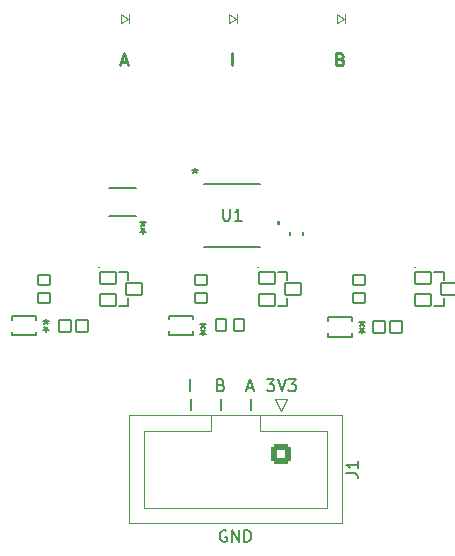
<source format=gbr>
%TF.GenerationSoftware,KiCad,Pcbnew,9.0.6*%
%TF.CreationDate,2026-02-10T13:29:08-08:00*%
%TF.ProjectId,LegEncoderBoard,4c656745-6e63-46f6-9465-72426f617264,rev?*%
%TF.SameCoordinates,Original*%
%TF.FileFunction,Legend,Top*%
%TF.FilePolarity,Positive*%
%FSLAX46Y46*%
G04 Gerber Fmt 4.6, Leading zero omitted, Abs format (unit mm)*
G04 Created by KiCad (PCBNEW 9.0.6) date 2026-02-10 13:29:08*
%MOMM*%
%LPD*%
G01*
G04 APERTURE LIST*
G04 Aperture macros list*
%AMRoundRect*
0 Rectangle with rounded corners*
0 $1 Rounding radius*
0 $2 $3 $4 $5 $6 $7 $8 $9 X,Y pos of 4 corners*
0 Add a 4 corners polygon primitive as box body*
4,1,4,$2,$3,$4,$5,$6,$7,$8,$9,$2,$3,0*
0 Add four circle primitives for the rounded corners*
1,1,$1+$1,$2,$3*
1,1,$1+$1,$4,$5*
1,1,$1+$1,$6,$7*
1,1,$1+$1,$8,$9*
0 Add four rect primitives between the rounded corners*
20,1,$1+$1,$2,$3,$4,$5,0*
20,1,$1+$1,$4,$5,$6,$7,0*
20,1,$1+$1,$6,$7,$8,$9,0*
20,1,$1+$1,$8,$9,$2,$3,0*%
G04 Aperture macros list end*
%ADD10C,0.150000*%
%ADD11C,0.250000*%
%ADD12C,0.152400*%
%ADD13C,0.000000*%
%ADD14C,0.120000*%
%ADD15C,0.127000*%
%ADD16C,0.100000*%
%ADD17R,0.889000X0.812800*%
%ADD18C,5.000000*%
%ADD19R,0.558800X0.762000*%
%ADD20RoundRect,0.102000X-0.430000X-0.490000X0.430000X-0.490000X0.430000X0.490000X-0.430000X0.490000X0*%
%ADD21RoundRect,0.102000X0.520000X0.510000X-0.520000X0.510000X-0.520000X-0.510000X0.520000X-0.510000X0*%
%ADD22R,0.762000X0.558800*%
%ADD23R,0.806400X0.350000*%
%ADD24R,0.812800X0.711200*%
%ADD25R,1.308100X0.355600*%
%ADD26R,0.762000X0.863600*%
%ADD27RoundRect,0.250000X-0.600000X0.600000X-0.600000X-0.600000X0.600000X-0.600000X0.600000X0.600000X0*%
%ADD28C,1.700000*%
%ADD29R,0.558800X0.203200*%
%ADD30RoundRect,0.102000X-0.700000X-0.500000X0.700000X-0.500000X0.700000X0.500000X-0.700000X0.500000X0*%
%ADD31RoundRect,0.102000X-0.490000X0.430000X-0.490000X-0.430000X0.490000X-0.430000X0.490000X0.430000X0*%
%ADD32RoundRect,0.102000X-0.520000X-0.510000X0.520000X-0.510000X0.520000X0.510000X-0.520000X0.510000X0*%
G04 APERTURE END LIST*
D10*
X146020000Y-120400000D02*
X146020000Y-121387500D01*
X148560000Y-120400000D02*
X148560000Y-121387500D01*
X143480000Y-120400000D02*
X143480000Y-121387500D01*
D11*
X156160901Y-91640809D02*
X156303758Y-91688428D01*
X156303758Y-91688428D02*
X156351377Y-91736047D01*
X156351377Y-91736047D02*
X156398996Y-91831285D01*
X156398996Y-91831285D02*
X156398996Y-91974142D01*
X156398996Y-91974142D02*
X156351377Y-92069380D01*
X156351377Y-92069380D02*
X156303758Y-92117000D01*
X156303758Y-92117000D02*
X156208520Y-92164619D01*
X156208520Y-92164619D02*
X155827568Y-92164619D01*
X155827568Y-92164619D02*
X155827568Y-91164619D01*
X155827568Y-91164619D02*
X156160901Y-91164619D01*
X156160901Y-91164619D02*
X156256139Y-91212238D01*
X156256139Y-91212238D02*
X156303758Y-91259857D01*
X156303758Y-91259857D02*
X156351377Y-91355095D01*
X156351377Y-91355095D02*
X156351377Y-91450333D01*
X156351377Y-91450333D02*
X156303758Y-91545571D01*
X156303758Y-91545571D02*
X156256139Y-91593190D01*
X156256139Y-91593190D02*
X156160901Y-91640809D01*
X156160901Y-91640809D02*
X155827568Y-91640809D01*
D10*
X143453684Y-119769819D02*
X143453684Y-118769819D01*
X146512969Y-131567438D02*
X146417731Y-131519819D01*
X146417731Y-131519819D02*
X146274874Y-131519819D01*
X146274874Y-131519819D02*
X146132017Y-131567438D01*
X146132017Y-131567438D02*
X146036779Y-131662676D01*
X146036779Y-131662676D02*
X145989160Y-131757914D01*
X145989160Y-131757914D02*
X145941541Y-131948390D01*
X145941541Y-131948390D02*
X145941541Y-132091247D01*
X145941541Y-132091247D02*
X145989160Y-132281723D01*
X145989160Y-132281723D02*
X146036779Y-132376961D01*
X146036779Y-132376961D02*
X146132017Y-132472200D01*
X146132017Y-132472200D02*
X146274874Y-132519819D01*
X146274874Y-132519819D02*
X146370112Y-132519819D01*
X146370112Y-132519819D02*
X146512969Y-132472200D01*
X146512969Y-132472200D02*
X146560588Y-132424580D01*
X146560588Y-132424580D02*
X146560588Y-132091247D01*
X146560588Y-132091247D02*
X146370112Y-132091247D01*
X146989160Y-132519819D02*
X146989160Y-131519819D01*
X146989160Y-131519819D02*
X147560588Y-132519819D01*
X147560588Y-132519819D02*
X147560588Y-131519819D01*
X148036779Y-132519819D02*
X148036779Y-131519819D01*
X148036779Y-131519819D02*
X148274874Y-131519819D01*
X148274874Y-131519819D02*
X148417731Y-131567438D01*
X148417731Y-131567438D02*
X148512969Y-131662676D01*
X148512969Y-131662676D02*
X148560588Y-131757914D01*
X148560588Y-131757914D02*
X148608207Y-131948390D01*
X148608207Y-131948390D02*
X148608207Y-132091247D01*
X148608207Y-132091247D02*
X148560588Y-132281723D01*
X148560588Y-132281723D02*
X148512969Y-132376961D01*
X148512969Y-132376961D02*
X148417731Y-132472200D01*
X148417731Y-132472200D02*
X148274874Y-132519819D01*
X148274874Y-132519819D02*
X148036779Y-132519819D01*
D11*
X137601378Y-91878904D02*
X138077568Y-91878904D01*
X137506140Y-92164619D02*
X137839473Y-91164619D01*
X137839473Y-91164619D02*
X138172806Y-92164619D01*
D10*
X146065112Y-119246009D02*
X146207969Y-119293628D01*
X146207969Y-119293628D02*
X146255588Y-119341247D01*
X146255588Y-119341247D02*
X146303207Y-119436485D01*
X146303207Y-119436485D02*
X146303207Y-119579342D01*
X146303207Y-119579342D02*
X146255588Y-119674580D01*
X146255588Y-119674580D02*
X146207969Y-119722200D01*
X146207969Y-119722200D02*
X146112731Y-119769819D01*
X146112731Y-119769819D02*
X145731779Y-119769819D01*
X145731779Y-119769819D02*
X145731779Y-118769819D01*
X145731779Y-118769819D02*
X146065112Y-118769819D01*
X146065112Y-118769819D02*
X146160350Y-118817438D01*
X146160350Y-118817438D02*
X146207969Y-118865057D01*
X146207969Y-118865057D02*
X146255588Y-118960295D01*
X146255588Y-118960295D02*
X146255588Y-119055533D01*
X146255588Y-119055533D02*
X146207969Y-119150771D01*
X146207969Y-119150771D02*
X146160350Y-119198390D01*
X146160350Y-119198390D02*
X146065112Y-119246009D01*
X146065112Y-119246009D02*
X145731779Y-119246009D01*
D11*
X146964473Y-92164619D02*
X146964473Y-91164619D01*
D10*
X149941541Y-118769819D02*
X150560588Y-118769819D01*
X150560588Y-118769819D02*
X150227255Y-119150771D01*
X150227255Y-119150771D02*
X150370112Y-119150771D01*
X150370112Y-119150771D02*
X150465350Y-119198390D01*
X150465350Y-119198390D02*
X150512969Y-119246009D01*
X150512969Y-119246009D02*
X150560588Y-119341247D01*
X150560588Y-119341247D02*
X150560588Y-119579342D01*
X150560588Y-119579342D02*
X150512969Y-119674580D01*
X150512969Y-119674580D02*
X150465350Y-119722200D01*
X150465350Y-119722200D02*
X150370112Y-119769819D01*
X150370112Y-119769819D02*
X150084398Y-119769819D01*
X150084398Y-119769819D02*
X149989160Y-119722200D01*
X149989160Y-119722200D02*
X149941541Y-119674580D01*
X150846303Y-118769819D02*
X151179636Y-119769819D01*
X151179636Y-119769819D02*
X151512969Y-118769819D01*
X151751065Y-118769819D02*
X152370112Y-118769819D01*
X152370112Y-118769819D02*
X152036779Y-119150771D01*
X152036779Y-119150771D02*
X152179636Y-119150771D01*
X152179636Y-119150771D02*
X152274874Y-119198390D01*
X152274874Y-119198390D02*
X152322493Y-119246009D01*
X152322493Y-119246009D02*
X152370112Y-119341247D01*
X152370112Y-119341247D02*
X152370112Y-119579342D01*
X152370112Y-119579342D02*
X152322493Y-119674580D01*
X152322493Y-119674580D02*
X152274874Y-119722200D01*
X152274874Y-119722200D02*
X152179636Y-119769819D01*
X152179636Y-119769819D02*
X151893922Y-119769819D01*
X151893922Y-119769819D02*
X151798684Y-119722200D01*
X151798684Y-119722200D02*
X151751065Y-119674580D01*
X148295589Y-119484104D02*
X148771779Y-119484104D01*
X148200351Y-119769819D02*
X148533684Y-118769819D01*
X148533684Y-118769819D02*
X148867017Y-119769819D01*
X144528900Y-113947919D02*
X144528900Y-114186014D01*
X144290805Y-114090776D02*
X144528900Y-114186014D01*
X144528900Y-114186014D02*
X144766995Y-114090776D01*
X144386043Y-114376490D02*
X144528900Y-114186014D01*
X144528900Y-114186014D02*
X144671757Y-114376490D01*
X144528899Y-115038280D02*
X144528899Y-114800185D01*
X144766994Y-114895423D02*
X144528899Y-114800185D01*
X144528899Y-114800185D02*
X144290804Y-114895423D01*
X144671756Y-114609709D02*
X144528899Y-114800185D01*
X144528899Y-114800185D02*
X144386042Y-114609709D01*
X146232295Y-104313019D02*
X146232295Y-105122542D01*
X146232295Y-105122542D02*
X146279914Y-105217780D01*
X146279914Y-105217780D02*
X146327533Y-105265400D01*
X146327533Y-105265400D02*
X146422771Y-105313019D01*
X146422771Y-105313019D02*
X146613247Y-105313019D01*
X146613247Y-105313019D02*
X146708485Y-105265400D01*
X146708485Y-105265400D02*
X146756104Y-105217780D01*
X146756104Y-105217780D02*
X146803723Y-105122542D01*
X146803723Y-105122542D02*
X146803723Y-104313019D01*
X147803723Y-105313019D02*
X147232295Y-105313019D01*
X147518009Y-105313019D02*
X147518009Y-104313019D01*
X147518009Y-104313019D02*
X147422771Y-104455876D01*
X147422771Y-104455876D02*
X147327533Y-104551114D01*
X147327533Y-104551114D02*
X147232295Y-104598733D01*
X143838250Y-100864419D02*
X143838250Y-101102514D01*
X143600155Y-101007276D02*
X143838250Y-101102514D01*
X143838250Y-101102514D02*
X144076345Y-101007276D01*
X143695393Y-101292990D02*
X143838250Y-101102514D01*
X143838250Y-101102514D02*
X143981107Y-101292990D01*
X156654819Y-126709033D02*
X157369104Y-126709033D01*
X157369104Y-126709033D02*
X157511961Y-126756652D01*
X157511961Y-126756652D02*
X157607200Y-126851890D01*
X157607200Y-126851890D02*
X157654819Y-126994747D01*
X157654819Y-126994747D02*
X157654819Y-127089985D01*
X157654819Y-125709033D02*
X157654819Y-126280461D01*
X157654819Y-125994747D02*
X156654819Y-125994747D01*
X156654819Y-125994747D02*
X156797676Y-126089985D01*
X156797676Y-126089985D02*
X156892914Y-126185223D01*
X156892914Y-126185223D02*
X156940533Y-126280461D01*
X139427199Y-106414880D02*
X139427199Y-106176785D01*
X139665294Y-106272023D02*
X139427199Y-106176785D01*
X139427199Y-106176785D02*
X139189104Y-106272023D01*
X139570056Y-105986309D02*
X139427199Y-106176785D01*
X139427199Y-106176785D02*
X139284342Y-105986309D01*
X139427200Y-105324519D02*
X139427200Y-105562614D01*
X139189105Y-105467376D02*
X139427200Y-105562614D01*
X139427200Y-105562614D02*
X139665295Y-105467376D01*
X139284343Y-105753090D02*
X139427200Y-105562614D01*
X139427200Y-105562614D02*
X139570057Y-105753090D01*
X157993900Y-113786119D02*
X157993900Y-114024214D01*
X157755805Y-113928976D02*
X157993900Y-114024214D01*
X157993900Y-114024214D02*
X158231995Y-113928976D01*
X157851043Y-114214690D02*
X157993900Y-114024214D01*
X157993900Y-114024214D02*
X158136757Y-114214690D01*
X157993899Y-114876480D02*
X157993899Y-114638385D01*
X158231994Y-114733623D02*
X157993899Y-114638385D01*
X157993899Y-114638385D02*
X157755804Y-114733623D01*
X158136756Y-114447909D02*
X157993899Y-114638385D01*
X157993899Y-114638385D02*
X157851042Y-114447909D01*
X131244699Y-114759280D02*
X131244699Y-114521185D01*
X131482794Y-114616423D02*
X131244699Y-114521185D01*
X131244699Y-114521185D02*
X131006604Y-114616423D01*
X131387556Y-114330709D02*
X131244699Y-114521185D01*
X131244699Y-114521185D02*
X131101842Y-114330709D01*
X131244700Y-113668919D02*
X131244700Y-113907014D01*
X131006605Y-113811776D02*
X131244700Y-113907014D01*
X131244700Y-113907014D02*
X131482795Y-113811776D01*
X131101843Y-114097490D02*
X131244700Y-113907014D01*
X131244700Y-113907014D02*
X131387557Y-114097490D01*
D12*
%TO.C,CR3*%
X141633500Y-113366100D02*
X141633500Y-113685360D01*
X141633500Y-114700840D02*
X141633500Y-115020100D01*
X141633500Y-115020100D02*
X143687500Y-115020100D01*
X143687500Y-113366100D02*
X141633500Y-113366100D01*
X143687500Y-113685360D02*
X143687500Y-113366100D01*
X143687500Y-115020100D02*
X143687500Y-114700840D01*
%TO.C,C2*%
X151916600Y-106263050D02*
X151916600Y-106536950D01*
X152983400Y-106536950D02*
X152983400Y-106263050D01*
%TO.C,U1*%
X144619300Y-107537900D02*
X149369100Y-107537900D01*
X149369100Y-102178500D02*
X144619300Y-102178500D01*
D13*
G36*
X151058200Y-105698699D02*
G01*
X150804200Y-105698699D01*
X150804200Y-105317699D01*
X151058200Y-105317699D01*
X151058200Y-105698699D01*
G37*
D14*
%TO.C,J1*%
X138270000Y-121815700D02*
X156310000Y-121815700D01*
X138270000Y-130935700D02*
X138270000Y-121815700D01*
X139570000Y-123125700D02*
X145240000Y-123125700D01*
X139570000Y-129625700D02*
X139570000Y-123125700D01*
X145240000Y-123125700D02*
X145240000Y-121815700D01*
X149340000Y-121815700D02*
X149340000Y-123125700D01*
X149340000Y-123125700D02*
X155010000Y-123125700D01*
X150600000Y-120425700D02*
X151100000Y-121425700D01*
X151100000Y-121425700D02*
X151600000Y-120425700D01*
X151600000Y-120425700D02*
X150600000Y-120425700D01*
X155010000Y-123125700D02*
X155010000Y-129625700D01*
X155010000Y-129625700D02*
X139570000Y-129625700D01*
X156310000Y-121815700D02*
X156310000Y-130935700D01*
X156310000Y-130935700D02*
X138270000Y-130935700D01*
D12*
%TO.C,U2*%
X136552529Y-104954600D02*
X138847471Y-104954600D01*
X138847471Y-102592400D02*
X136552529Y-102592400D01*
D15*
%TO.C,Q3*%
X151660500Y-109650000D02*
X150860500Y-109650000D01*
X151660500Y-109650000D02*
X151660500Y-110350000D01*
X151660500Y-112550000D02*
X150860500Y-112550000D01*
X151660500Y-112550000D02*
X151660500Y-111850000D01*
D16*
X149260500Y-109300000D02*
G75*
G02*
X149160500Y-109300000I-50000J0D01*
G01*
X149160500Y-109300000D02*
G75*
G02*
X149260500Y-109300000I50000J0D01*
G01*
%TO.C,D3*%
X155850000Y-87828625D02*
X156440000Y-88228625D01*
X155850000Y-88628625D02*
X155850000Y-87828625D01*
X156440000Y-88228625D02*
X155850000Y-88628625D01*
X156550000Y-87828625D02*
X156550000Y-88628625D01*
%TO.C,D1*%
X146725000Y-87830000D02*
X147315000Y-88230000D01*
X146725000Y-88630000D02*
X146725000Y-87830000D01*
X147315000Y-88230000D02*
X146725000Y-88630000D01*
X147425000Y-87830000D02*
X147425000Y-88630000D01*
D15*
%TO.C,Q1*%
X138210500Y-109650000D02*
X137410500Y-109650000D01*
X138210500Y-109650000D02*
X138210500Y-110350000D01*
X138210500Y-112550000D02*
X137410500Y-112550000D01*
X138210500Y-112550000D02*
X138210500Y-111850000D01*
D16*
X135810500Y-109300000D02*
G75*
G02*
X135710500Y-109300000I-50000J0D01*
G01*
X135710500Y-109300000D02*
G75*
G02*
X135810500Y-109300000I50000J0D01*
G01*
%TO.C,D2*%
X137600000Y-87828625D02*
X138190000Y-88228625D01*
X137600000Y-88628625D02*
X137600000Y-87828625D01*
X138190000Y-88228625D02*
X137600000Y-88628625D01*
X138300000Y-87828625D02*
X138300000Y-88628625D01*
D12*
%TO.C,CR2*%
X155083500Y-113504300D02*
X155083500Y-113823560D01*
X155083500Y-114839040D02*
X155083500Y-115158300D01*
X155083500Y-115158300D02*
X157137500Y-115158300D01*
X157137500Y-113504300D02*
X155083500Y-113504300D01*
X157137500Y-113823560D02*
X157137500Y-113504300D01*
X157137500Y-115158300D02*
X157137500Y-114839040D01*
D15*
%TO.C,Q2*%
X164910500Y-109650000D02*
X164110500Y-109650000D01*
X164910500Y-109650000D02*
X164910500Y-110350000D01*
X164910500Y-112550000D02*
X164110500Y-112550000D01*
X164910500Y-112550000D02*
X164910500Y-111850000D01*
D16*
X162510500Y-109300000D02*
G75*
G02*
X162410500Y-109300000I-50000J0D01*
G01*
X162410500Y-109300000D02*
G75*
G02*
X162510500Y-109300000I50000J0D01*
G01*
D12*
%TO.C,CR1*%
X128334300Y-113387100D02*
X128334300Y-113706360D01*
X128334300Y-114721840D02*
X128334300Y-115041100D01*
X128334300Y-115041100D02*
X130388300Y-115041100D01*
X130388300Y-113387100D02*
X128334300Y-113387100D01*
X130388300Y-113706360D02*
X130388300Y-113387100D01*
X130388300Y-115041100D02*
X130388300Y-114721840D01*
%TD*%
%LPC*%
D17*
%TO.C,C6*%
X155810500Y-111747700D03*
X155810500Y-110452300D03*
%TD*%
%TO.C,C5*%
X129060500Y-111747700D03*
X129060500Y-110452300D03*
%TD*%
D18*
%TO.C,H2*%
X168083100Y-83858200D03*
%TD*%
D17*
%TO.C,C3*%
X154250000Y-106997700D03*
X154250000Y-105702300D03*
%TD*%
D19*
%TO.C,R14*%
X133226900Y-103073500D03*
X134573100Y-103073500D03*
%TD*%
D20*
%TO.C,R4*%
X146030500Y-114193100D03*
X147560500Y-114193100D03*
%TD*%
D21*
%TO.C,R9*%
X160895500Y-114331300D03*
X159425500Y-114331300D03*
%TD*%
D22*
%TO.C,R3*%
X134355400Y-110426900D03*
X134355400Y-111773100D03*
%TD*%
D23*
%TO.C,CR3*%
X143759700Y-114193100D03*
X141561300Y-114193100D03*
%TD*%
D24*
%TO.C,C2*%
X152450000Y-105599900D03*
X152450000Y-107200100D03*
%TD*%
D17*
%TO.C,C7*%
X142360500Y-111747700D03*
X142360500Y-110452300D03*
%TD*%
D25*
%TO.C,U1*%
X144092250Y-102908199D03*
X144092250Y-103558200D03*
X144092250Y-104208201D03*
X144092250Y-104858200D03*
X144092250Y-105508199D03*
X144092250Y-106158200D03*
X144092250Y-106808199D03*
X149896150Y-106808201D03*
X149896150Y-106158200D03*
X149896150Y-105508201D03*
X149896150Y-104858200D03*
X149896150Y-104208201D03*
X149896150Y-103558200D03*
X149896150Y-102908201D03*
%TD*%
D26*
%TO.C,C4*%
X138295500Y-106173500D03*
X137050900Y-106173500D03*
%TD*%
D18*
%TO.C,H1*%
X126083100Y-83858200D03*
%TD*%
D26*
%TO.C,C1*%
X153377700Y-103550000D03*
X154622300Y-103550000D03*
%TD*%
D27*
%TO.C,J1*%
X151100000Y-125105700D03*
D28*
X151100000Y-127645700D03*
X148560000Y-125105700D03*
X148560000Y-127645700D03*
X146020000Y-125105700D03*
X146020000Y-127645700D03*
X143480000Y-125105700D03*
X143480000Y-127645700D03*
%TD*%
D29*
%TO.C,U2*%
X139173200Y-104523501D03*
X139173200Y-104023500D03*
X139173200Y-103523500D03*
X139173200Y-103023499D03*
X136226800Y-103023499D03*
X136226800Y-103523500D03*
X136226800Y-104023500D03*
X136226800Y-104523501D03*
%TD*%
D30*
%TO.C,Q3*%
X149910500Y-110150000D03*
X149910500Y-112050000D03*
X152110500Y-111100000D03*
%TD*%
D26*
%TO.C,D3*%
X156822300Y-89548625D03*
X155577700Y-89548625D03*
%TD*%
%TO.C,D1*%
X147697300Y-89550000D03*
X146452700Y-89550000D03*
%TD*%
D19*
%TO.C,R15*%
X133226900Y-104673500D03*
X134573100Y-104673500D03*
%TD*%
D31*
%TO.C,R1*%
X131038100Y-110335000D03*
X131038100Y-111865000D03*
%TD*%
D32*
%TO.C,R6*%
X132826300Y-114214100D03*
X134296300Y-114214100D03*
%TD*%
D19*
%TO.C,R13*%
X133226900Y-106323500D03*
X134573100Y-106323500D03*
%TD*%
D31*
%TO.C,R5*%
X157775600Y-110335000D03*
X157775600Y-111865000D03*
%TD*%
D22*
%TO.C,R8*%
X161067900Y-110426900D03*
X161067900Y-111773100D03*
%TD*%
D30*
%TO.C,Q1*%
X136460500Y-110150000D03*
X136460500Y-112050000D03*
X138660500Y-111100000D03*
%TD*%
D26*
%TO.C,D2*%
X138572300Y-89548625D03*
X137327700Y-89548625D03*
%TD*%
D23*
%TO.C,CR2*%
X157209700Y-114331300D03*
X155011300Y-114331300D03*
%TD*%
D18*
%TO.C,H4*%
X168083100Y-125858200D03*
%TD*%
D22*
%TO.C,R2*%
X132799900Y-110426900D03*
X132799900Y-111773100D03*
%TD*%
D18*
%TO.C,H3*%
X126083100Y-125858200D03*
%TD*%
D22*
%TO.C,R11*%
X146174900Y-110426900D03*
X146174900Y-111773100D03*
%TD*%
%TO.C,R7*%
X159524900Y-110426900D03*
X159524900Y-111773100D03*
%TD*%
D30*
%TO.C,Q2*%
X163160500Y-110150000D03*
X163160500Y-112050000D03*
X165360500Y-111100000D03*
%TD*%
D31*
%TO.C,R10*%
X144375600Y-110335000D03*
X144375600Y-111865000D03*
%TD*%
D23*
%TO.C,CR1*%
X130460500Y-114214100D03*
X128262100Y-114214100D03*
%TD*%
D22*
%TO.C,R12*%
X147767900Y-110426900D03*
X147767900Y-111773100D03*
%TD*%
%LPD*%
M02*

</source>
